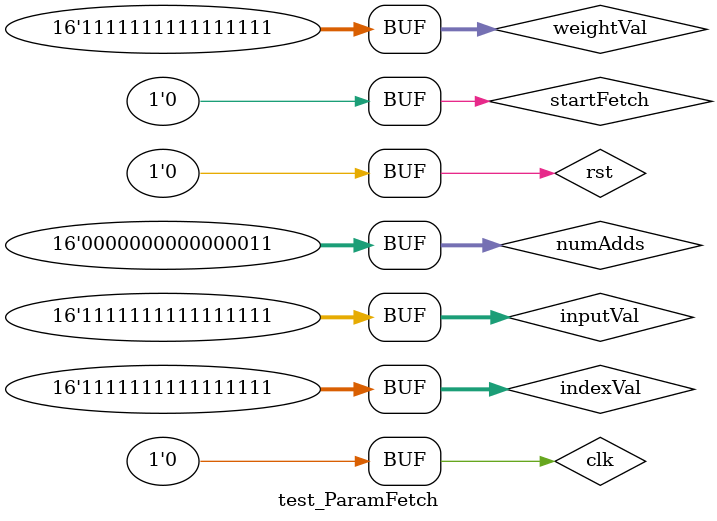
<source format=v>
`timescale 1ns / 1ps


module test_ParamFetch;

	// Inputs
	reg [15:0] numAdds;
	reg startFetch;
	reg [15:0] weightVal;
	reg [15:0] indexVal;
	reg [15:0] inputVal;
	reg rst;
	reg clk;

	// Outputs
	wire [15:0] weightAddr;
	wire [15:0] indexAddr;
	wire [15:0] inputAddr;
	wire [15:0] outVal;
	wire [15:0] outWeight;
	wire fsmReply;
	wire WE;

	// Instantiate the Unit Under Test (UUT)
	mod_ParamFetch uut (
		.numAdds(numAdds), 
		.startFetch(startFetch), 
		.weightAddr(weightAddr), 
		.weightVal(weightVal), 
		.indexAddr(indexAddr), 
		.indexVal(indexVal), 
		.inputAddr(inputAddr), 
		.inputVal(inputVal), 
		.outVal(outVal), 
		.outWeight(outWeight), 
		.fsmReply(fsmReply), 
		.WE(WE), 
		.rst(rst), 
		.clk(clk)
	);

	initial begin
		// Initialize Inputs
		numAdds = 16'd3;
		startFetch = 0;
		weightVal = 16'hffff;
		indexVal = 16'hffff;
		inputVal = 16'hffff;
		rst = 0;
		clk = 0;

		
		#100;
      rst = 1;
		#100;
		rst = 0;
		
		#100;
		clk = 1;
		#100;
		clk = 0;
		
		startFetch = 1;
		
		#100;
		clk = 1;
		#100;
		clk = 0;
		
		startFetch = 0;
		
		#100;
		clk = 1;
		#100;
		clk = 0;
		
		#100;
		clk = 1;
		#100;
		clk = 0;
		
		#100;
		clk = 1;
		#100;
		clk = 0;
		
		startFetch = 1;
		
		#100;
		clk = 1;
		#100;
		clk = 0;
		
		startFetch = 0;
		
		#100;
		clk = 1;
		#100;
		clk = 0;
		
		#100;
		clk = 1;
		#100;
		clk = 0;
		
		#100;
		clk = 1;
		#100;
		clk = 0;
		
		startFetch = 1;
		
		#100;
		clk = 1;
		#100;
		clk = 0;
		
		startFetch = 0;
		
		#100;
		clk = 1;
		#100;
		clk = 0;
		
		#100;
		clk = 1;
		#100;
		clk = 0;
		
		#100;
		clk = 1;
		#100;
		clk = 0;
		
		startFetch  = 1;
		
		#100;
		clk = 1;
		#100;
		clk = 0;
		
		startFetch = 0;
		
		#100;
		clk = 1;
		#100;
		clk = 0;
		


	end
      
endmodule


</source>
